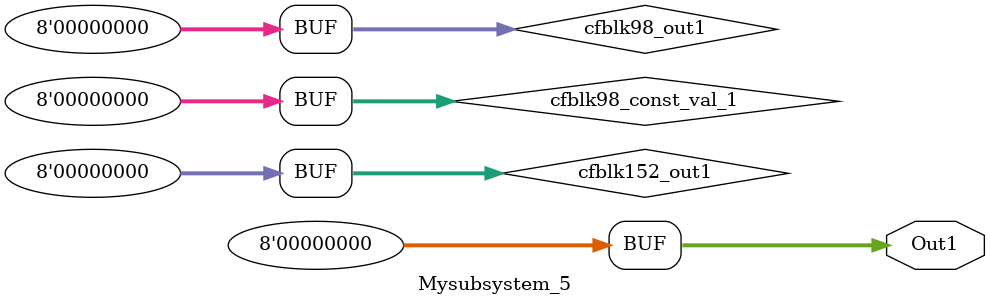
<source format=v>



`timescale 1 ns / 1 ns

module Mysubsystem_5
          (Out1);


  output  [7:0] Out1;  // uint8


  wire [7:0] cfblk152_out1;  // uint8
  wire [7:0] cfblk98_const_val_1;  // uint8
  wire [7:0] cfblk98_out1;  // uint8


  assign cfblk152_out1 = 8'b00000000;



  assign cfblk98_const_val_1 = 8'b00000000;



  assign cfblk98_out1 = cfblk152_out1 + cfblk98_const_val_1;



  assign Out1 = cfblk98_out1;

endmodule  // Mysubsystem_5


</source>
